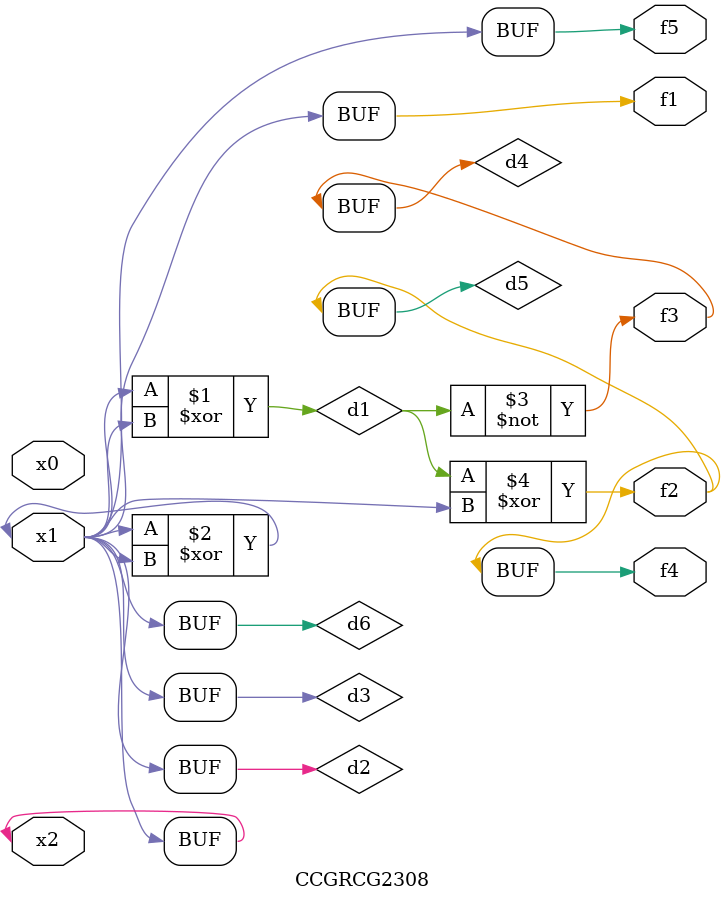
<source format=v>
module CCGRCG2308(
	input x0, x1, x2,
	output f1, f2, f3, f4, f5
);

	wire d1, d2, d3, d4, d5, d6;

	xor (d1, x1, x2);
	buf (d2, x1, x2);
	xor (d3, x1, x2);
	nor (d4, d1);
	xor (d5, d1, d2);
	buf (d6, d2, d3);
	assign f1 = d6;
	assign f2 = d5;
	assign f3 = d4;
	assign f4 = d5;
	assign f5 = d6;
endmodule

</source>
